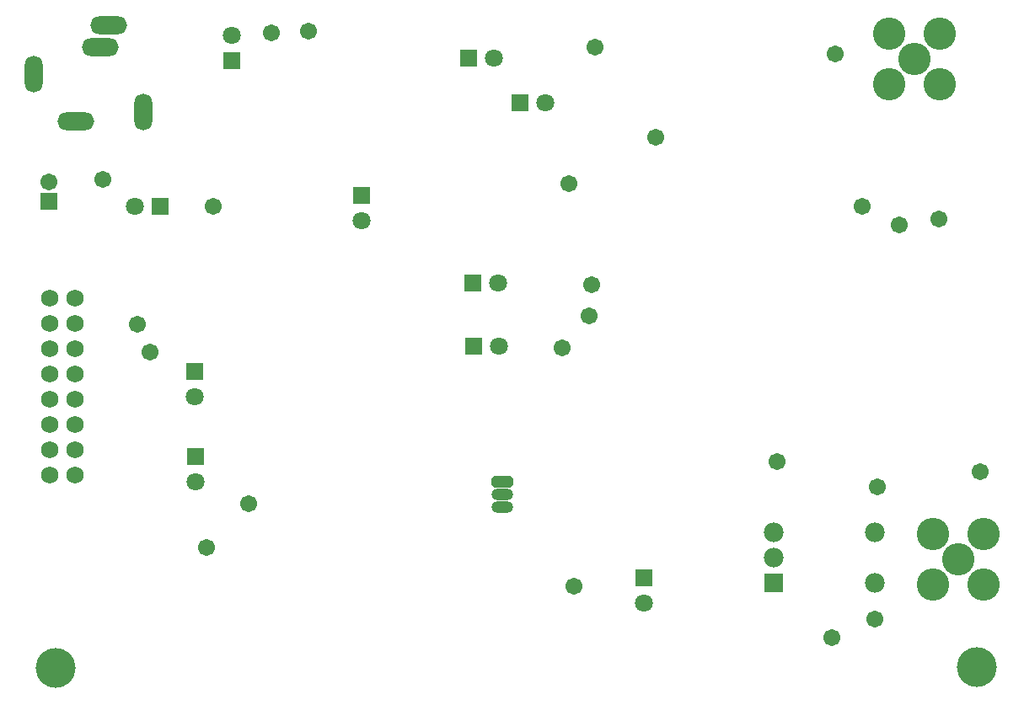
<source format=gbr>
G04 DipTrace 3.3.1.1*
G04 BottomMask.gbr*
%MOIN*%
G04 #@! TF.FileFunction,Soldermask,Bot*
G04 #@! TF.Part,Single*
%AMOUTLINE1*
4,1,8,
-0.031191,0.023701,
-0.043386,0.011506,
-0.043386,-0.011506,
-0.031191,-0.023701,
0.031191,-0.023701,
0.043386,-0.011506,
0.043386,0.011506,
0.031191,0.023701,
-0.031191,0.023701,
0*%
%ADD38C,0.15748*%
%ADD48C,0.078031*%
%ADD50R,0.078031X0.078031*%
%ADD52O,0.086772X0.047402*%
%ADD54C,0.067087*%
%ADD56C,0.128031*%
%ADD60C,0.067087*%
%ADD62R,0.067087X0.067087*%
%ADD64O,0.145827X0.071024*%
%ADD66O,0.071024X0.145827*%
%ADD68C,0.068031*%
%ADD72R,0.071024X0.071024*%
%ADD74C,0.071024*%
%ADD82OUTLINE1*%
%FSLAX26Y26*%
G04*
G70*
G90*
G75*
G01*
G04 BotMask*
%LPD*%
D74*
X1099308Y1612374D3*
D72*
Y1712374D3*
D74*
X2281465Y2950752D3*
D72*
X2181465D3*
D74*
X1243306Y3042507D3*
D72*
Y2942507D3*
D74*
X2483710Y2775434D3*
D72*
X2383710D3*
D74*
X2297475Y2060412D3*
D72*
X2197475D3*
D74*
X862273Y2365415D3*
D72*
X962273D3*
D74*
X2300987Y1812167D3*
D72*
X2200987D3*
D74*
X2874978Y793614D3*
D72*
Y893614D3*
D74*
X1757457Y2308849D3*
D72*
Y2408849D3*
D74*
X1100052Y1273668D3*
D72*
Y1373668D3*
D38*
X4192063Y540385D3*
X547793Y536681D3*
D68*
X523056Y1902283D3*
Y1802283D3*
Y1702283D3*
Y1602283D3*
Y1502283D3*
Y1402283D3*
Y1302283D3*
X623056D3*
Y1402283D3*
Y1502283D3*
Y1602283D3*
Y1702283D3*
Y1802283D3*
Y1902283D3*
Y2002283D3*
X523056D3*
D66*
X459659Y2886577D3*
D64*
X757135Y3080722D3*
X724652Y2994668D3*
X627278Y2702000D3*
D66*
X895293Y2736890D3*
D62*
X519448Y2383307D3*
D60*
Y2462047D3*
D56*
X4218808Y868297D3*
X4018808D3*
Y1068297D3*
X4218808D3*
X4118808Y968297D3*
D54*
X2682310Y2993533D3*
X2577241Y2454310D3*
D56*
X4044625Y3047474D3*
Y2847474D3*
D54*
X2667455Y2056429D3*
X2551921Y1803933D3*
X1401549Y3051043D3*
X733730Y2469925D3*
X920992Y1787427D3*
X1312087Y1187178D3*
X3738663Y2363902D3*
X4039437Y2314029D3*
X3788301Y731585D3*
X3401930Y1354836D3*
X3797499Y1255944D3*
X4205280Y1315639D3*
X1171474Y2365042D3*
X2921727Y2639668D3*
D56*
X3844625Y2847474D3*
D54*
X2657429Y1930161D3*
D56*
X3844625Y3047474D3*
D54*
X2598740Y862753D3*
X1144417Y1015831D3*
X870316Y1897088D3*
X1548139Y3056668D3*
X3618470Y659791D3*
X3629470Y2966828D3*
X3884797Y2290298D3*
D56*
X3944625Y2947474D3*
D82*
X2315262Y1273583D3*
D52*
Y1223583D3*
Y1173583D3*
D50*
X3387545Y875293D3*
D48*
Y975293D3*
Y1075293D3*
X3787545D3*
Y875293D3*
M02*

</source>
